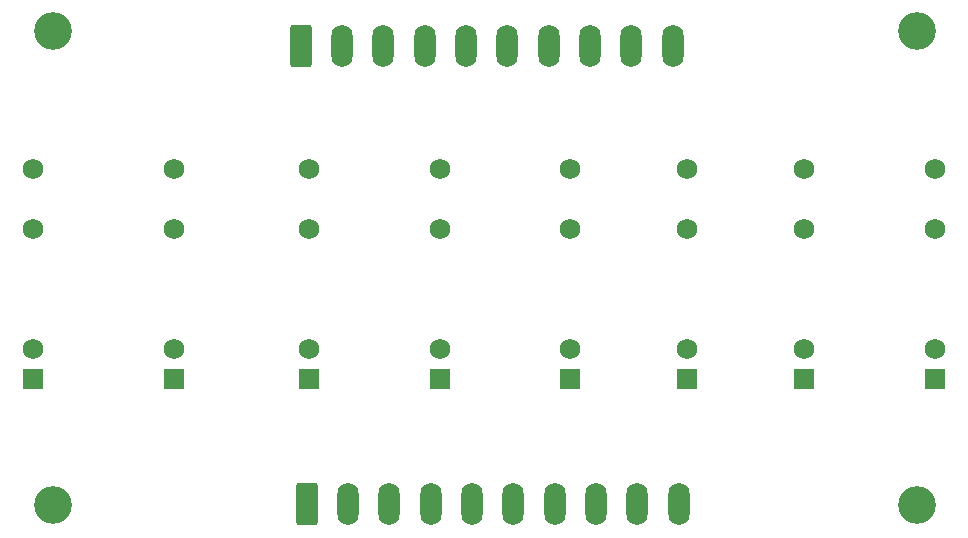
<source format=gbr>
%TF.GenerationSoftware,KiCad,Pcbnew,8.0.4*%
%TF.CreationDate,2024-07-23T21:16:43+01:00*%
%TF.ProjectId,8_Way_Relay_Board,385f5761-795f-4526-956c-61795f426f61,V1*%
%TF.SameCoordinates,Original*%
%TF.FileFunction,Soldermask,Bot*%
%TF.FilePolarity,Negative*%
%FSLAX46Y46*%
G04 Gerber Fmt 4.6, Leading zero omitted, Abs format (unit mm)*
G04 Created by KiCad (PCBNEW 8.0.4) date 2024-07-23 21:16:43*
%MOMM*%
%LPD*%
G01*
G04 APERTURE LIST*
G04 Aperture macros list*
%AMRoundRect*
0 Rectangle with rounded corners*
0 $1 Rounding radius*
0 $2 $3 $4 $5 $6 $7 $8 $9 X,Y pos of 4 corners*
0 Add a 4 corners polygon primitive as box body*
4,1,4,$2,$3,$4,$5,$6,$7,$8,$9,$2,$3,0*
0 Add four circle primitives for the rounded corners*
1,1,$1+$1,$2,$3*
1,1,$1+$1,$4,$5*
1,1,$1+$1,$6,$7*
1,1,$1+$1,$8,$9*
0 Add four rect primitives between the rounded corners*
20,1,$1+$1,$2,$3,$4,$5,0*
20,1,$1+$1,$4,$5,$6,$7,0*
20,1,$1+$1,$6,$7,$8,$9,0*
20,1,$1+$1,$8,$9,$2,$3,0*%
G04 Aperture macros list end*
%ADD10RoundRect,0.250000X-0.650000X-1.550000X0.650000X-1.550000X0.650000X1.550000X-0.650000X1.550000X0*%
%ADD11O,1.800000X3.600000*%
%ADD12C,3.200000*%
%ADD13R,1.752600X1.752600*%
%ADD14C,1.752600*%
G04 APERTURE END LIST*
D10*
%TO.C,J2*%
X88356700Y-52661700D03*
D11*
X91856700Y-52661700D03*
X95356700Y-52661700D03*
X98856700Y-52661700D03*
X102356700Y-52661700D03*
X105856700Y-52661700D03*
X109356700Y-52661700D03*
X112856700Y-52661700D03*
X116356700Y-52661700D03*
X119856700Y-52661700D03*
%TD*%
D12*
%TO.C,H2*%
X140563600Y-51358800D03*
%TD*%
%TO.C,H4*%
X140512800Y-91490800D03*
%TD*%
D13*
%TO.C,K7*%
X131013200Y-80835500D03*
D14*
X131013200Y-78295500D03*
X131013200Y-68135500D03*
X131013200Y-63055500D03*
%TD*%
D13*
%TO.C,K8*%
X142087600Y-80835500D03*
D14*
X142087600Y-78295500D03*
X142087600Y-68135500D03*
X142087600Y-63055500D03*
%TD*%
D13*
%TO.C,K2*%
X77622400Y-80835500D03*
D14*
X77622400Y-78295500D03*
X77622400Y-68135500D03*
X77622400Y-63055500D03*
%TD*%
D13*
%TO.C,K6*%
X121107200Y-80835500D03*
D14*
X121107200Y-78295500D03*
X121107200Y-68135500D03*
X121107200Y-63055500D03*
%TD*%
D10*
%TO.C,J1*%
X88875200Y-91389200D03*
D11*
X92375200Y-91389200D03*
X95875200Y-91389200D03*
X99375200Y-91389200D03*
X102875200Y-91389200D03*
X106375200Y-91389200D03*
X109875200Y-91389200D03*
X113375200Y-91389200D03*
X116875200Y-91389200D03*
X120375200Y-91389200D03*
%TD*%
D13*
%TO.C,K1*%
X65735200Y-80835500D03*
D14*
X65735200Y-78295500D03*
X65735200Y-68135500D03*
X65735200Y-63055500D03*
%TD*%
D13*
%TO.C,K3*%
X89103200Y-80835500D03*
D14*
X89103200Y-78295500D03*
X89103200Y-68135500D03*
X89103200Y-63055500D03*
%TD*%
D12*
%TO.C,H1*%
X67411600Y-51358800D03*
%TD*%
%TO.C,H3*%
X67360800Y-91490800D03*
%TD*%
D13*
%TO.C,K4*%
X100126800Y-80835500D03*
D14*
X100126800Y-78295500D03*
X100126800Y-68135500D03*
X100126800Y-63055500D03*
%TD*%
D13*
%TO.C,K5*%
X111201200Y-80835500D03*
D14*
X111201200Y-78295500D03*
X111201200Y-68135500D03*
X111201200Y-63055500D03*
%TD*%
M02*

</source>
